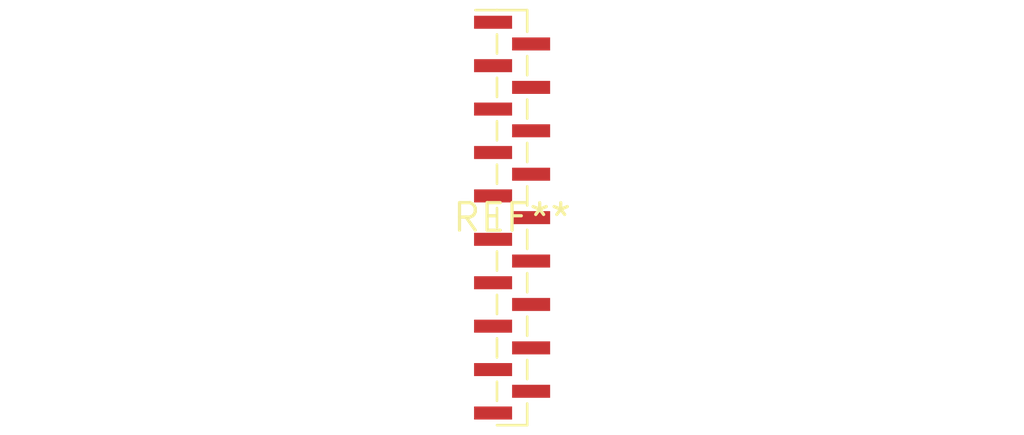
<source format=kicad_pcb>
(kicad_pcb (version 20240108) (generator pcbnew)
  (layers (0 "F.Cu" signal) (31 "B.Cu" signal) (34 "B.Paste" user) (35 "F.Paste" user) (36 "B.SilkS" user "B.Silkscreen") (37 "F.SilkS" user "F.Silkscreen") (38 "B.Mask" user) (39 "F.Mask" user) (44 "Edge.Cuts" user))
  (net 0 "")
  (footprint "PinHeader_1x19_P1.00mm_Vertical_SMD_Pin1Left" (layer "F.Cu") (at 0 0)
    (property "Reference" "REF**")
    (property "Value" "PinHeader_1x19_P1.00mm_Vertical_SMD_Pin1Left")
    (fp_line (start -0.695 -9.56) (end -1.69 -9.56) (layer "F.SilkS") (stroke (width 0.12)))
    (fp_line (start -0.695 -9.56) (end -0.695 -9.56) (layer "F.SilkS") (stroke (width 0.12)))
    (fp_line (start -0.695 -9.56) (end 0.695 -9.56) (layer "F.SilkS") (stroke (width 0.12)))
    (fp_line (start -0.695 -8.44) (end -0.695 -7.56) (layer "F.SilkS") (stroke (width 0.12)))
    (fp_line (start -0.695 -6.44) (end -0.695 -5.56) (layer "F.SilkS") (stroke (width 0.12)))
    (fp_line (start -0.695 -4.44) (end -0.695 -3.56) (layer "F.SilkS") (stroke (width 0.12)))
    (fp_line (start -0.695 -2.44) (end -0.695 -1.56) (layer "F.SilkS") (stroke (width 0.12)))
    (fp_line (start -0.695 -0.44) (end -0.695 0.44) (layer "F.SilkS") (stroke (width 0.12)))
    (fp_line (start -0.695 1.56) (end -0.695 2.44) (layer "F.SilkS") (stroke (width 0.12)))
    (fp_line (start -0.695 3.56) (end -0.695 4.44) (layer "F.SilkS") (stroke (width 0.12)))
    (fp_line (start -0.695 5.56) (end -0.695 6.44) (layer "F.SilkS") (stroke (width 0.12)))
    (fp_line (start -0.695 7.56) (end -0.695 8.44) (layer "F.SilkS") (stroke (width 0.12)))
    (fp_line (start -0.695 9.56) (end 0.695 9.56) (layer "F.SilkS") (stroke (width 0.12)))
    (fp_line (start 0.695 -9.56) (end 0.695 -8.56) (layer "F.SilkS") (stroke (width 0.12)))
    (fp_line (start 0.695 -7.44) (end 0.695 -6.56) (layer "F.SilkS") (stroke (width 0.12)))
    (fp_line (start 0.695 -5.44) (end 0.695 -4.56) (layer "F.SilkS") (stroke (width 0.12)))
    (fp_line (start 0.695 -3.44) (end 0.695 -2.56) (layer "F.SilkS") (stroke (width 0.12)))
    (fp_line (start 0.695 -1.44) (end 0.695 -0.56) (layer "F.SilkS") (stroke (width 0.12)))
    (fp_line (start 0.695 0.56) (end 0.695 1.44) (layer "F.SilkS") (stroke (width 0.12)))
    (fp_line (start 0.695 2.56) (end 0.695 3.44) (layer "F.SilkS") (stroke (width 0.12)))
    (fp_line (start 0.695 4.56) (end 0.695 5.44) (layer "F.SilkS") (stroke (width 0.12)))
    (fp_line (start 0.695 6.56) (end 0.695 7.44) (layer "F.SilkS") (stroke (width 0.12)))
    (fp_line (start 0.695 8.56) (end 0.695 9.56) (layer "F.SilkS") (stroke (width 0.12)))
    (fp_line (start 0.695 9.56) (end 0.695 9.56) (layer "F.SilkS") (stroke (width 0.12)))
    (pad "1" smd rect (at -0.875 -9) (size 1.75 0.6) (layers "F.Cu" "F.Paste" "F.Mask"))
    (pad "2" smd rect (at 0.875 -8) (size 1.75 0.6) (layers "F.Cu" "F.Paste" "F.Mask"))
    (pad "3" smd rect (at -0.875 -7) (size 1.75 0.6) (layers "F.Cu" "F.Paste" "F.Mask"))
    (pad "4" smd rect (at 0.875 -6) (size 1.75 0.6) (layers "F.Cu" "F.Paste" "F.Mask"))
    (pad "5" smd rect (at -0.875 -5) (size 1.75 0.6) (layers "F.Cu" "F.Paste" "F.Mask"))
    (pad "6" smd rect (at 0.875 -4) (size 1.75 0.6) (layers "F.Cu" "F.Paste" "F.Mask"))
    (pad "7" smd rect (at -0.875 -3) (size 1.75 0.6) (layers "F.Cu" "F.Paste" "F.Mask"))
    (pad "8" smd rect (at 0.875 -2) (size 1.75 0.6) (layers "F.Cu" "F.Paste" "F.Mask"))
    (pad "9" smd rect (at -0.875 -1) (size 1.75 0.6) (layers "F.Cu" "F.Paste" "F.Mask"))
    (pad "10" smd rect (at 0.875 0) (size 1.75 0.6) (layers "F.Cu" "F.Paste" "F.Mask"))
    (pad "11" smd rect (at -0.875 1) (size 1.75 0.6) (layers "F.Cu" "F.Paste" "F.Mask"))
    (pad "12" smd rect (at 0.875 2) (size 1.75 0.6) (layers "F.Cu" "F.Paste" "F.Mask"))
    (pad "13" smd rect (at -0.875 3) (size 1.75 0.6) (layers "F.Cu" "F.Paste" "F.Mask"))
    (pad "14" smd rect (at 0.875 4) (size 1.75 0.6) (layers "F.Cu" "F.Paste" "F.Mask"))
    (pad "15" smd rect (at -0.875 5) (size 1.75 0.6) (layers "F.Cu" "F.Paste" "F.Mask"))
    (pad "16" smd rect (at 0.875 6) (size 1.75 0.6) (layers "F.Cu" "F.Paste" "F.Mask"))
    (pad "17" smd rect (at -0.875 7) (size 1.75 0.6) (layers "F.Cu" "F.Paste" "F.Mask"))
    (pad "18" smd rect (at 0.875 8) (size 1.75 0.6) (layers "F.Cu" "F.Paste" "F.Mask"))
    (pad "19" smd rect (at -0.875 9) (size 1.75 0.6) (layers "F.Cu" "F.Paste" "F.Mask"))
  )
)
</source>
